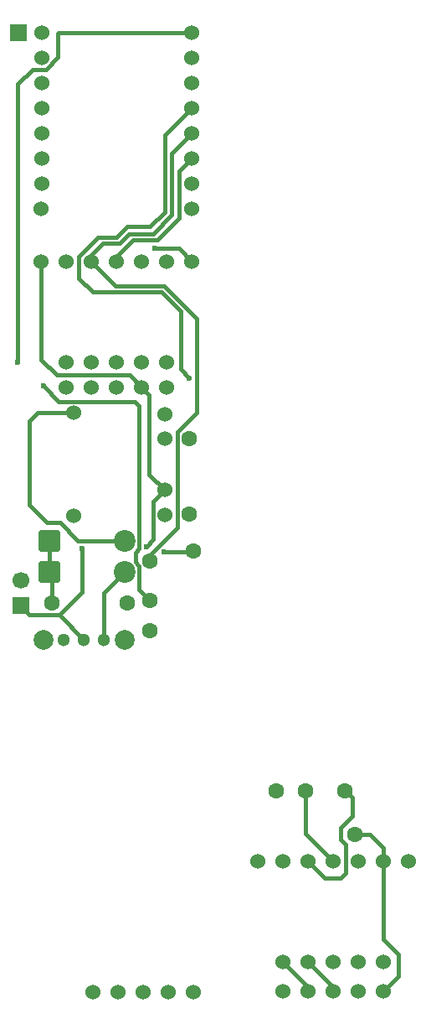
<source format=gtl>
G04 #@! TF.GenerationSoftware,KiCad,Pcbnew,9.0.2*
G04 #@! TF.CreationDate,2025-07-09T03:35:45-04:00*
G04 #@! TF.ProjectId,FBT,4642542e-6b69-4636-9164-5f7063625858,rev?*
G04 #@! TF.SameCoordinates,Original*
G04 #@! TF.FileFunction,Copper,L1,Top*
G04 #@! TF.FilePolarity,Positive*
%FSLAX46Y46*%
G04 Gerber Fmt 4.6, Leading zero omitted, Abs format (unit mm)*
G04 Created by KiCad (PCBNEW 9.0.2) date 2025-07-09 03:35:45*
%MOMM*%
%LPD*%
G01*
G04 APERTURE LIST*
G04 Aperture macros list*
%AMRoundRect*
0 Rectangle with rounded corners*
0 $1 Rounding radius*
0 $2 $3 $4 $5 $6 $7 $8 $9 X,Y pos of 4 corners*
0 Add a 4 corners polygon primitive as box body*
4,1,4,$2,$3,$4,$5,$6,$7,$8,$9,$2,$3,0*
0 Add four circle primitives for the rounded corners*
1,1,$1+$1,$2,$3*
1,1,$1+$1,$4,$5*
1,1,$1+$1,$6,$7*
1,1,$1+$1,$8,$9*
0 Add four rect primitives between the rounded corners*
20,1,$1+$1,$2,$3,$4,$5,0*
20,1,$1+$1,$4,$5,$6,$7,0*
20,1,$1+$1,$6,$7,$8,$9,0*
20,1,$1+$1,$8,$9,$2,$3,0*%
G04 Aperture macros list end*
G04 #@! TA.AperFunction,ComponentPad*
%ADD10R,1.700000X1.700000*%
G04 #@! TD*
G04 #@! TA.AperFunction,ComponentPad*
%ADD11C,2.000000*%
G04 #@! TD*
G04 #@! TA.AperFunction,ComponentPad*
%ADD12C,1.300000*%
G04 #@! TD*
G04 #@! TA.AperFunction,ComponentPad*
%ADD13C,1.524000*%
G04 #@! TD*
G04 #@! TA.AperFunction,ComponentPad*
%ADD14C,1.600000*%
G04 #@! TD*
G04 #@! TA.AperFunction,ComponentPad*
%ADD15RoundRect,0.249999X-0.850001X-0.850001X0.850001X-0.850001X0.850001X0.850001X-0.850001X0.850001X0*%
G04 #@! TD*
G04 #@! TA.AperFunction,ComponentPad*
%ADD16C,2.200000*%
G04 #@! TD*
G04 #@! TA.AperFunction,ComponentPad*
%ADD17C,1.700000*%
G04 #@! TD*
G04 #@! TA.AperFunction,ViaPad*
%ADD18C,0.600000*%
G04 #@! TD*
G04 #@! TA.AperFunction,Conductor*
%ADD19C,0.400000*%
G04 #@! TD*
G04 APERTURE END LIST*
D10*
X92600000Y-48500000D03*
D11*
X95100000Y-109800000D03*
X103300000Y-109800000D03*
D12*
X97200000Y-109800000D03*
X99200000Y-109800000D03*
X101200000Y-109800000D03*
D13*
X110120000Y-71620000D03*
X107580000Y-71620000D03*
X105040000Y-71620000D03*
X102500000Y-71620000D03*
X99960000Y-71620000D03*
X97420000Y-71620000D03*
X94880000Y-71620000D03*
X97420000Y-81780000D03*
X99960000Y-81780000D03*
X102500000Y-81780000D03*
X105040000Y-81780000D03*
X107580000Y-81780000D03*
D14*
X105900000Y-101855000D03*
X105900000Y-105855000D03*
X105900000Y-108855000D03*
X110300000Y-100855000D03*
D15*
X95680000Y-103000000D03*
D16*
X103300000Y-103000000D03*
D14*
X103600000Y-106100000D03*
X95980000Y-106100000D03*
D13*
X132041012Y-132190514D03*
X129501012Y-132190514D03*
X126961012Y-132190514D03*
X124421012Y-132190514D03*
X121881012Y-132190514D03*
X119341012Y-132190514D03*
X116801012Y-132190514D03*
X119341012Y-142350514D03*
X121881012Y-142350514D03*
X124421012Y-142350514D03*
X126961012Y-142350514D03*
X129501012Y-142350514D03*
X98200000Y-86900000D03*
X98200000Y-97300000D03*
X107400000Y-97200000D03*
X107400000Y-94700000D03*
X107400000Y-89500000D03*
X107400000Y-87000000D03*
D10*
X92800000Y-106375000D03*
D17*
X92800000Y-103835000D03*
D15*
X95680000Y-99800000D03*
D16*
X103300000Y-99800000D03*
D14*
X125645101Y-125049412D03*
X121645101Y-125049412D03*
X118645101Y-125049412D03*
X126645101Y-129449412D03*
X109900000Y-97110000D03*
X109900000Y-89490000D03*
D13*
X110300000Y-145370000D03*
X107760000Y-145370000D03*
X105220000Y-145370000D03*
X102680000Y-145370000D03*
X100140000Y-145370000D03*
X94920000Y-48510000D03*
X94920000Y-51050000D03*
X94920000Y-53590000D03*
X94920000Y-56130000D03*
X94920000Y-58670000D03*
X94920000Y-61210000D03*
X94920000Y-63750000D03*
X94880000Y-66290000D03*
X110120000Y-66290000D03*
X110120000Y-63750000D03*
X110120000Y-61210000D03*
X110120000Y-58670000D03*
X110120000Y-56130000D03*
X110120000Y-53590000D03*
X110120000Y-51050000D03*
X110120000Y-48510000D03*
X107580000Y-84300000D03*
X105040000Y-84300000D03*
X102500000Y-84300000D03*
X99960000Y-84300000D03*
X97420000Y-84300000D03*
X129500000Y-145270000D03*
X126960000Y-145270000D03*
X124420000Y-145270000D03*
X121880000Y-145270000D03*
X119340000Y-145270000D03*
D18*
X107300000Y-100900000D03*
X95100000Y-84200000D03*
X105500000Y-100400000D03*
X99000000Y-100600000D03*
X92500000Y-81800000D03*
X106400000Y-70300000D03*
X109900000Y-83400000D03*
D19*
X99960000Y-71620000D02*
X102439000Y-74099000D01*
X101100000Y-69800000D02*
X102800000Y-69800000D01*
X106200000Y-68800000D02*
X108100000Y-66900000D01*
X103800000Y-68800000D02*
X106200000Y-68800000D01*
X125700101Y-130509412D02*
X125700101Y-133349412D01*
X125180101Y-128789412D02*
X125180101Y-129989412D01*
X125200101Y-133849412D02*
X123540101Y-133849412D01*
X99960000Y-70940000D02*
X101100000Y-69800000D01*
X102439000Y-74099000D02*
X107348942Y-74099000D01*
X108100000Y-60690000D02*
X110120000Y-58670000D01*
X125180101Y-129989412D02*
X125700101Y-130509412D01*
X99960000Y-71620000D02*
X99960000Y-70940000D01*
X105900000Y-101300000D02*
X105900000Y-101855000D01*
X123540101Y-133849412D02*
X121880101Y-132189412D01*
X108700000Y-98500000D02*
X105900000Y-101300000D01*
X102800000Y-69800000D02*
X103800000Y-68800000D01*
X126380101Y-127589412D02*
X125180101Y-128789412D01*
X108100000Y-66900000D02*
X108100000Y-60690000D01*
X108700000Y-88800000D02*
X108700000Y-98500000D01*
X126380101Y-125739412D02*
X126380101Y-127589412D01*
X107348942Y-74099000D02*
X110601000Y-77351058D01*
X125660101Y-125019412D02*
X126380101Y-125739412D01*
X125700101Y-133349412D02*
X125200101Y-133849412D01*
X110601000Y-77351058D02*
X110601000Y-86899000D01*
X110601000Y-86899000D02*
X108700000Y-88800000D01*
X110255000Y-100900000D02*
X110300000Y-100855000D01*
X128110101Y-129419412D02*
X126660101Y-129419412D01*
X131000101Y-143769412D02*
X129500101Y-145269412D01*
X131000101Y-141549412D02*
X131000101Y-143769412D01*
X129500101Y-132189412D02*
X129500101Y-130809412D01*
X107300000Y-100900000D02*
X110255000Y-100900000D01*
X129500101Y-132189412D02*
X129500101Y-140049412D01*
X129500101Y-130809412D02*
X128110101Y-129419412D01*
X129500101Y-140049412D02*
X131000101Y-141549412D01*
X102500000Y-71100000D02*
X104200000Y-69400000D01*
X104800000Y-100600000D02*
X104800000Y-86200000D01*
X96637000Y-85737000D02*
X95100000Y-84200000D01*
X105900000Y-105855000D02*
X104801000Y-104756000D01*
X104800000Y-86200000D02*
X104337000Y-85737000D01*
X121630101Y-125089412D02*
X121630101Y-129399412D01*
X102500000Y-71620000D02*
X102500000Y-71100000D01*
X104200000Y-69400000D02*
X106600000Y-69400000D01*
X104400000Y-101977265D02*
X104400000Y-101000000D01*
X121630101Y-129399412D02*
X124420101Y-132189412D01*
X104801000Y-102378265D02*
X104400000Y-101977265D01*
X104801000Y-104756000D02*
X104801000Y-102378265D01*
X104337000Y-85737000D02*
X96637000Y-85737000D01*
X108800000Y-62530000D02*
X110120000Y-61210000D01*
X104400000Y-101000000D02*
X104800000Y-100600000D01*
X106600000Y-69400000D02*
X108800000Y-67200000D01*
X108800000Y-67200000D02*
X108800000Y-62530000D01*
X105800000Y-85060000D02*
X105040000Y-84300000D01*
X105040000Y-84300000D02*
X103840000Y-83100000D01*
X106237000Y-97937000D02*
X106237000Y-99663000D01*
X106237000Y-95863000D02*
X106237000Y-97937000D01*
X105800000Y-93100000D02*
X105800000Y-85060000D01*
X107400000Y-94700000D02*
X106237000Y-95863000D01*
X103840000Y-83100000D02*
X96460000Y-83100000D01*
X107400000Y-94700000D02*
X105800000Y-93100000D01*
X94880000Y-81520000D02*
X94880000Y-71620000D01*
X96460000Y-83100000D02*
X94880000Y-81520000D01*
X106237000Y-99663000D02*
X105500000Y-100400000D01*
X121880101Y-144889412D02*
X119340101Y-142349412D01*
X121880101Y-145269412D02*
X121880101Y-144889412D01*
X124420101Y-145269412D02*
X124420101Y-144889412D01*
X124420101Y-144889412D02*
X121880101Y-142349412D01*
X99000000Y-105002000D02*
X96701000Y-107301000D01*
X99000000Y-100600000D02*
X99000000Y-105002000D01*
X99200000Y-109800000D02*
X96701000Y-107301000D01*
X93701000Y-107301000D02*
X92800000Y-106400000D01*
X96701000Y-107301000D02*
X93701000Y-107301000D01*
X93700000Y-87700000D02*
X94500000Y-86900000D01*
X98600000Y-99800000D02*
X96800000Y-98000000D01*
X103300000Y-99800000D02*
X98600000Y-99800000D01*
X96800000Y-98000000D02*
X95500000Y-98000000D01*
X94500000Y-86900000D02*
X98200000Y-86900000D01*
X93700000Y-96200000D02*
X93700000Y-87700000D01*
X95500000Y-98000000D02*
X93700000Y-96200000D01*
X95980000Y-103300000D02*
X95680000Y-103000000D01*
X110120000Y-48510000D02*
X96690000Y-48510000D01*
X95980000Y-106100000D02*
X95980000Y-103300000D01*
X95401731Y-52213000D02*
X93987000Y-52213000D01*
X96600000Y-48600000D02*
X96600000Y-51014731D01*
X96600000Y-51014731D02*
X95401731Y-52213000D01*
X92500000Y-53700000D02*
X92500000Y-81800000D01*
X96690000Y-48510000D02*
X96600000Y-48600000D01*
X93987000Y-52213000D02*
X92500000Y-53700000D01*
X95680000Y-103000000D02*
X95680000Y-99800000D01*
X101200000Y-105100000D02*
X103300000Y-103000000D01*
X101200000Y-109800000D02*
X101200000Y-105100000D01*
X106400000Y-70300000D02*
X108800000Y-70300000D01*
X108800000Y-70300000D02*
X110120000Y-71620000D01*
X100601000Y-69199000D02*
X98700000Y-71100000D01*
X100100000Y-74700000D02*
X107100000Y-74700000D01*
X107100000Y-74700000D02*
X109000000Y-76600000D01*
X110120000Y-56130000D02*
X107400000Y-58850000D01*
X98700000Y-71100000D02*
X98700000Y-73300000D01*
X102501000Y-69199000D02*
X100601000Y-69199000D01*
X98700000Y-73300000D02*
X100100000Y-74700000D01*
X109000000Y-76600000D02*
X109000000Y-82500000D01*
X107400000Y-58850000D02*
X107400000Y-66600000D01*
X109000000Y-82500000D02*
X109900000Y-83400000D01*
X107400000Y-66600000D02*
X105900000Y-68100000D01*
X103600000Y-68100000D02*
X102501000Y-69199000D01*
X105900000Y-68100000D02*
X103600000Y-68100000D01*
M02*

</source>
